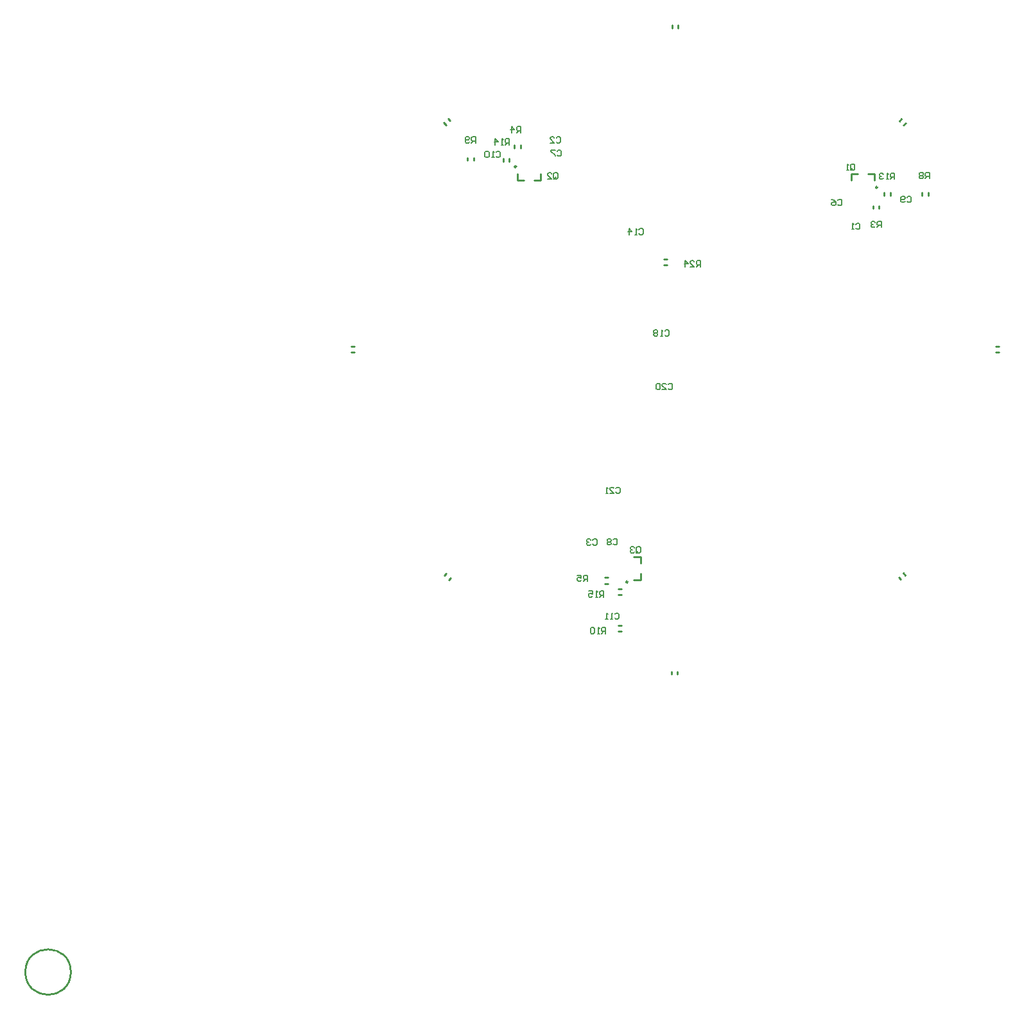
<source format=gbo>
G04 Layer_Color=32896*
%FSLAX25Y25*%
%MOIN*%
G70*
G01*
G75*
%ADD24C,0.01000*%
%ADD40C,0.00984*%
%ADD41C,0.00787*%
D24*
X-313637Y-323535D02*
G03*
X-313637Y-323535I-11811J0D01*
G01*
X116243Y-118470D02*
X117357Y-119584D01*
X118470Y-116243D02*
X119584Y-117357D01*
X118667Y116440D02*
X119781Y117553D01*
X116440Y118667D02*
X117553Y119781D01*
X-117750Y119977D02*
X-116637Y118864D01*
X-119977Y117750D02*
X-118864Y116637D01*
X166535Y1575D02*
X168110D01*
X166535Y-1575D02*
X168110D01*
X-1575Y166929D02*
Y168504D01*
X1575Y166929D02*
Y168504D01*
X-168110Y-1575D02*
X-166535D01*
X-168110Y1575D02*
X-166535D01*
X-117553Y-119781D02*
X-116440Y-118667D01*
X-119781Y-117553D02*
X-118667Y-116440D01*
X1378Y-168898D02*
Y-167323D01*
X-1772Y-168898D02*
Y-167323D01*
X-104527Y98032D02*
Y99606D01*
X-107677Y98032D02*
Y99606D01*
X-5709Y46850D02*
X-4134D01*
X-5709Y43701D02*
X-4134D01*
X103543Y87795D02*
Y91339D01*
X100394D02*
X103543D01*
X91732Y87795D02*
Y91339D01*
X94882D01*
X102756Y73032D02*
Y74606D01*
X105905Y73032D02*
Y74606D01*
X131496Y79921D02*
Y81496D01*
X128347Y79921D02*
Y81496D01*
X111811Y79921D02*
Y81496D01*
X108661Y79921D02*
Y81496D01*
X-81693Y87795D02*
Y91339D01*
Y87795D02*
X-78543D01*
X-69882D02*
Y91339D01*
X-73032Y87795D02*
X-69882D01*
X-36417Y-118504D02*
X-34843D01*
X-36417Y-121653D02*
X-34843Y-121653D01*
X-80118Y104528D02*
Y106102D01*
X-83268Y104528D02*
Y106102D01*
X-29331Y-127559D02*
X-27756D01*
X-29331Y-124409D02*
X-27756D01*
X-89173Y97638D02*
Y99213D01*
X-86024Y97638D02*
Y99213D01*
X-29331Y-146457D02*
X-27756D01*
X-29331Y-143307D02*
X-27756Y-143307D01*
X-21260Y-119685D02*
X-17717D01*
Y-116535D01*
X-21260Y-107874D02*
X-17717D01*
Y-111024D02*
Y-107874D01*
D40*
X105217Y84153D02*
G03*
X105217Y84153I-492J0D01*
G01*
X-82382Y94980D02*
G03*
X-82382Y94980I-492J0D01*
G01*
X-24409Y-120866D02*
G03*
X-24409Y-120866I-492J0D01*
G01*
D41*
X-103543Y107283D02*
Y110432D01*
X-105118D01*
X-105642Y109907D01*
Y108858D01*
X-105118Y108333D01*
X-103543D01*
X-104593D02*
X-105642Y107283D01*
X-106692Y107808D02*
X-107217Y107283D01*
X-108266D01*
X-108791Y107808D01*
Y109907D01*
X-108266Y110432D01*
X-107217D01*
X-106692Y109907D01*
Y109382D01*
X-107217Y108858D01*
X-108791D01*
X13189Y42913D02*
Y46062D01*
X11615D01*
X11090Y45537D01*
Y44488D01*
X11615Y43963D01*
X13189D01*
X12139D02*
X11090Y42913D01*
X7941D02*
X10040D01*
X7941Y45013D01*
Y45537D01*
X8466Y46062D01*
X9516D01*
X10040Y45537D01*
X5317Y42913D02*
Y46062D01*
X6892Y44488D01*
X4793D01*
X93964Y65025D02*
X94489Y65550D01*
X95538D01*
X96063Y65025D01*
Y62926D01*
X95538Y62402D01*
X94489D01*
X93964Y62926D01*
X92914Y62402D02*
X91865D01*
X92390D01*
Y65550D01*
X92914Y65025D01*
X84515Y77427D02*
X85040Y77952D01*
X86089D01*
X86614Y77427D01*
Y75328D01*
X86089Y74803D01*
X85040D01*
X84515Y75328D01*
X81366Y77952D02*
X82416Y77427D01*
X83466Y76377D01*
Y75328D01*
X82941Y74803D01*
X81891D01*
X81366Y75328D01*
Y75853D01*
X81891Y76377D01*
X83466D01*
X120539Y79002D02*
X121063Y79527D01*
X122113D01*
X122638Y79002D01*
Y76903D01*
X122113Y76378D01*
X121063D01*
X120539Y76903D01*
X119489D02*
X118964Y76378D01*
X117915D01*
X117390Y76903D01*
Y79002D01*
X117915Y79527D01*
X118964D01*
X119489Y79002D01*
Y78477D01*
X118964Y77952D01*
X117390D01*
X-18634Y62270D02*
X-18110Y62794D01*
X-17060D01*
X-16535Y62270D01*
Y60170D01*
X-17060Y59646D01*
X-18110D01*
X-18634Y60170D01*
X-19684Y59646D02*
X-20733D01*
X-20209D01*
Y62794D01*
X-19684Y62270D01*
X-23882Y59646D02*
Y62794D01*
X-22308Y61220D01*
X-24407D01*
X-5249Y9514D02*
X-4724Y10038D01*
X-3674D01*
X-3150Y9514D01*
Y7414D01*
X-3674Y6890D01*
X-4724D01*
X-5249Y7414D01*
X-6298Y6890D02*
X-7348D01*
X-6823D01*
Y10038D01*
X-6298Y9514D01*
X-8922D02*
X-9447Y10038D01*
X-10496D01*
X-11021Y9514D01*
Y8989D01*
X-10496Y8464D01*
X-11021Y7939D01*
Y7414D01*
X-10496Y6890D01*
X-9447D01*
X-8922Y7414D01*
Y7939D01*
X-9447Y8464D01*
X-8922Y8989D01*
Y9514D01*
X-9447Y8464D02*
X-10496D01*
X-3460Y-18237D02*
X-2935Y-17712D01*
X-1885D01*
X-1361Y-18237D01*
Y-20336D01*
X-1885Y-20861D01*
X-2935D01*
X-3460Y-20336D01*
X-6608Y-20861D02*
X-4509D01*
X-6608Y-18762D01*
Y-18237D01*
X-6084Y-17712D01*
X-5034D01*
X-4509Y-18237D01*
X-7658D02*
X-8183Y-17712D01*
X-9232D01*
X-9757Y-18237D01*
Y-20336D01*
X-9232Y-20861D01*
X-8183D01*
X-7658Y-20336D01*
Y-18237D01*
X-30642Y-72179D02*
X-30118Y-71655D01*
X-29068D01*
X-28543Y-72179D01*
Y-74278D01*
X-29068Y-74803D01*
X-30118D01*
X-30642Y-74278D01*
X-33791Y-74803D02*
X-31692D01*
X-33791Y-72704D01*
Y-72179D01*
X-33266Y-71655D01*
X-32217D01*
X-31692Y-72179D01*
X-34841Y-74803D02*
X-35890D01*
X-35365D01*
Y-71655D01*
X-34841Y-72179D01*
X91208Y93635D02*
Y95734D01*
X91733Y96259D01*
X92782D01*
X93307Y95734D01*
Y93635D01*
X92782Y93110D01*
X91733D01*
X92258Y94160D02*
X91208Y93110D01*
X91733D02*
X91208Y93635D01*
X90158Y93110D02*
X89109D01*
X89634D01*
Y96259D01*
X90158Y95734D01*
X107087Y63386D02*
Y66534D01*
X105512D01*
X104988Y66010D01*
Y64960D01*
X105512Y64435D01*
X107087D01*
X106037D02*
X104988Y63386D01*
X103938Y66010D02*
X103413Y66534D01*
X102364D01*
X101839Y66010D01*
Y65485D01*
X102364Y64960D01*
X102889D01*
X102364D01*
X101839Y64435D01*
Y63911D01*
X102364Y63386D01*
X103413D01*
X103938Y63911D01*
X132087Y88779D02*
Y91928D01*
X130512D01*
X129988Y91403D01*
Y90354D01*
X130512Y89829D01*
X132087D01*
X131037D02*
X129988Y88779D01*
X128938Y91403D02*
X128413Y91928D01*
X127364D01*
X126839Y91403D01*
Y90879D01*
X127364Y90354D01*
X126839Y89829D01*
Y89304D01*
X127364Y88779D01*
X128413D01*
X128938Y89304D01*
Y89829D01*
X128413Y90354D01*
X128938Y90879D01*
Y91403D01*
X128413Y90354D02*
X127364D01*
X113976Y88386D02*
Y91534D01*
X112402D01*
X111877Y91010D01*
Y89960D01*
X112402Y89435D01*
X113976D01*
X112927D02*
X111877Y88386D01*
X110828D02*
X109778D01*
X110303D01*
Y91534D01*
X110828Y91010D01*
X108204D02*
X107679Y91534D01*
X106630D01*
X106105Y91010D01*
Y90485D01*
X106630Y89960D01*
X107154D01*
X106630D01*
X106105Y89435D01*
Y88911D01*
X106630Y88386D01*
X107679D01*
X108204Y88911D01*
X-42650Y-99148D02*
X-42125Y-98623D01*
X-41076D01*
X-40551Y-99148D01*
Y-101247D01*
X-41076Y-101772D01*
X-42125D01*
X-42650Y-101247D01*
X-43700Y-99148D02*
X-44225Y-98623D01*
X-45274D01*
X-45799Y-99148D01*
Y-99673D01*
X-45274Y-100197D01*
X-44749D01*
X-45274D01*
X-45799Y-100722D01*
Y-101247D01*
X-45274Y-101772D01*
X-44225D01*
X-43700Y-101247D01*
X-61548Y109907D02*
X-61023Y110432D01*
X-59974D01*
X-59449Y109907D01*
Y107808D01*
X-59974Y107283D01*
X-61023D01*
X-61548Y107808D01*
X-64697Y107283D02*
X-62597D01*
X-64697Y109382D01*
Y109907D01*
X-64172Y110432D01*
X-63122D01*
X-62597Y109907D01*
X-32020Y-98951D02*
X-31496Y-98426D01*
X-30446D01*
X-29921Y-98951D01*
Y-101050D01*
X-30446Y-101575D01*
X-31496D01*
X-32020Y-101050D01*
X-33070Y-98951D02*
X-33595Y-98426D01*
X-34644D01*
X-35169Y-98951D01*
Y-99476D01*
X-34644Y-100001D01*
X-35169Y-100525D01*
Y-101050D01*
X-34644Y-101575D01*
X-33595D01*
X-33070Y-101050D01*
Y-100525D01*
X-33595Y-100001D01*
X-33070Y-99476D01*
Y-98951D01*
X-33595Y-100001D02*
X-34644D01*
X-61154Y103017D02*
X-60629Y103542D01*
X-59580D01*
X-59055Y103017D01*
Y100918D01*
X-59580Y100394D01*
X-60629D01*
X-61154Y100918D01*
X-62204Y103542D02*
X-64303D01*
Y103017D01*
X-62204Y100918D01*
Y100394D01*
X-31233Y-137534D02*
X-30708Y-137009D01*
X-29659D01*
X-29134Y-137534D01*
Y-139633D01*
X-29659Y-140157D01*
X-30708D01*
X-31233Y-139633D01*
X-32283Y-140157D02*
X-33332D01*
X-32807D01*
Y-137009D01*
X-32283Y-137534D01*
X-34906Y-140157D02*
X-35956D01*
X-35431D01*
Y-137009D01*
X-34906Y-137534D01*
X-92847Y102427D02*
X-92322Y102952D01*
X-91273D01*
X-90748Y102427D01*
Y100328D01*
X-91273Y99803D01*
X-92322D01*
X-92847Y100328D01*
X-93897Y99803D02*
X-94946D01*
X-94421D01*
Y102952D01*
X-93897Y102427D01*
X-96521D02*
X-97045Y102952D01*
X-98095D01*
X-98620Y102427D01*
Y100328D01*
X-98095Y99803D01*
X-97045D01*
X-96521Y100328D01*
Y102427D01*
X-20012Y-105184D02*
Y-103085D01*
X-19488Y-102560D01*
X-18438D01*
X-17913Y-103085D01*
Y-105184D01*
X-18438Y-105709D01*
X-19488D01*
X-18963Y-104659D02*
X-20012Y-105709D01*
X-19488D02*
X-20012Y-105184D01*
X-21062Y-103085D02*
X-21587Y-102560D01*
X-22636D01*
X-23161Y-103085D01*
Y-103610D01*
X-22636Y-104134D01*
X-22111D01*
X-22636D01*
X-23161Y-104659D01*
Y-105184D01*
X-22636Y-105709D01*
X-21587D01*
X-21062Y-105184D01*
X-62926Y89107D02*
Y91207D01*
X-62401Y91731D01*
X-61352D01*
X-60827Y91207D01*
Y89107D01*
X-61352Y88583D01*
X-62401D01*
X-61876Y89632D02*
X-62926Y88583D01*
X-62401D02*
X-62926Y89107D01*
X-66074Y88583D02*
X-63975D01*
X-66074Y90682D01*
Y91207D01*
X-65550Y91731D01*
X-64500D01*
X-63975Y91207D01*
X-45472Y-120473D02*
Y-117324D01*
X-47047D01*
X-47572Y-117849D01*
Y-118898D01*
X-47047Y-119423D01*
X-45472D01*
X-46522D02*
X-47572Y-120473D01*
X-50720Y-117324D02*
X-48621D01*
Y-118898D01*
X-49671Y-118373D01*
X-50195D01*
X-50720Y-118898D01*
Y-119948D01*
X-50195Y-120473D01*
X-49146D01*
X-48621Y-119948D01*
X-80118Y112598D02*
Y115747D01*
X-81692D01*
X-82217Y115222D01*
Y114173D01*
X-81692Y113648D01*
X-80118D01*
X-81168D02*
X-82217Y112598D01*
X-84841D02*
Y115747D01*
X-83267Y114173D01*
X-85366D01*
X-36024Y-147638D02*
Y-144489D01*
X-37598D01*
X-38123Y-145014D01*
Y-146063D01*
X-37598Y-146588D01*
X-36024D01*
X-37073D02*
X-38123Y-147638D01*
X-39172D02*
X-40222D01*
X-39697D01*
Y-144489D01*
X-39172Y-145014D01*
X-41796D02*
X-42321Y-144489D01*
X-43370D01*
X-43895Y-145014D01*
Y-147113D01*
X-43370Y-147638D01*
X-42321D01*
X-41796Y-147113D01*
Y-145014D01*
X-37008Y-128740D02*
Y-125592D01*
X-38582D01*
X-39107Y-126116D01*
Y-127166D01*
X-38582Y-127691D01*
X-37008D01*
X-38057D02*
X-39107Y-128740D01*
X-40156D02*
X-41206D01*
X-40681D01*
Y-125592D01*
X-40156Y-126116D01*
X-44879Y-125592D02*
X-42780D01*
Y-127166D01*
X-43830Y-126641D01*
X-44355D01*
X-44879Y-127166D01*
Y-128215D01*
X-44355Y-128740D01*
X-43305D01*
X-42780Y-128215D01*
X-86024Y106299D02*
Y109448D01*
X-87598D01*
X-88123Y108923D01*
Y107873D01*
X-87598Y107349D01*
X-86024D01*
X-87073D02*
X-88123Y106299D01*
X-89172D02*
X-90222D01*
X-89697D01*
Y109448D01*
X-89172Y108923D01*
X-93370Y106299D02*
Y109448D01*
X-91796Y107873D01*
X-93895D01*
M02*

</source>
